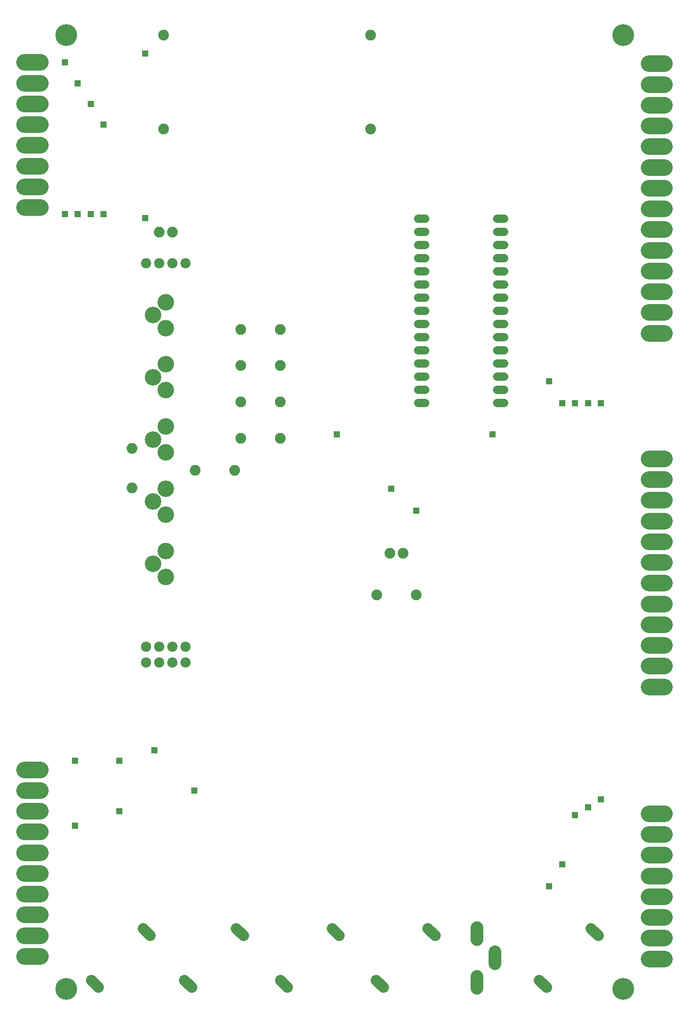
<source format=gbs>
G75*
%MOIN*%
%OFA0B0*%
%FSLAX25Y25*%
%IPPOS*%
%LPD*%
%AMOC8*
5,1,8,0,0,1.08239X$1,22.5*
%
%ADD10C,0.16548*%
%ADD11C,0.07800*%
%ADD12C,0.08200*%
%ADD13C,0.06350*%
%ADD14C,0.08477*%
%ADD15C,0.09658*%
%ADD16C,0.12611*%
%ADD17C,0.12611*%
%ADD18R,0.05162X0.05162*%
D10*
X0052981Y0027391D03*
X0476209Y0027391D03*
X0476209Y0751800D03*
X0052981Y0751800D03*
D11*
X0113808Y0578572D03*
X0123808Y0578572D03*
X0133808Y0578572D03*
X0143808Y0578572D03*
X0143729Y0287233D03*
X0143729Y0275422D03*
X0133729Y0275422D03*
X0133729Y0287233D03*
X0123729Y0287233D03*
X0123729Y0275422D03*
X0113729Y0275422D03*
X0113729Y0287233D03*
D12*
X0103178Y0408060D03*
X0103178Y0438060D03*
X0151170Y0421091D03*
X0181170Y0421091D03*
X0185619Y0445698D03*
X0185619Y0473257D03*
X0185619Y0500816D03*
X0185619Y0528375D03*
X0215619Y0528375D03*
X0215619Y0500816D03*
X0215619Y0473257D03*
X0215619Y0445698D03*
X0298965Y0358099D03*
X0308965Y0358099D03*
X0318965Y0326603D03*
X0288965Y0326603D03*
X0133650Y0602194D03*
X0123650Y0602194D03*
X0126997Y0680540D03*
X0126997Y0751800D03*
X0284280Y0751800D03*
X0284280Y0680540D03*
D13*
X0320246Y0612706D02*
X0325795Y0612706D01*
X0325795Y0602706D02*
X0320246Y0602706D01*
X0320246Y0592706D02*
X0325795Y0592706D01*
X0325795Y0582706D02*
X0320246Y0582706D01*
X0320246Y0572706D02*
X0325795Y0572706D01*
X0325795Y0562706D02*
X0320246Y0562706D01*
X0320246Y0552706D02*
X0325795Y0552706D01*
X0325795Y0542706D02*
X0320246Y0542706D01*
X0320246Y0532706D02*
X0325795Y0532706D01*
X0325795Y0522706D02*
X0320246Y0522706D01*
X0320246Y0512706D02*
X0325795Y0512706D01*
X0325795Y0502706D02*
X0320246Y0502706D01*
X0320246Y0492706D02*
X0325795Y0492706D01*
X0325795Y0482706D02*
X0320246Y0482706D01*
X0320246Y0472706D02*
X0325795Y0472706D01*
X0380246Y0472706D02*
X0385795Y0472706D01*
X0385795Y0482706D02*
X0380246Y0482706D01*
X0380246Y0492706D02*
X0385795Y0492706D01*
X0385795Y0502706D02*
X0380246Y0502706D01*
X0380246Y0512706D02*
X0385795Y0512706D01*
X0385795Y0522706D02*
X0380246Y0522706D01*
X0380246Y0532706D02*
X0385795Y0532706D01*
X0385795Y0542706D02*
X0380246Y0542706D01*
X0380246Y0552706D02*
X0385795Y0552706D01*
X0385795Y0562706D02*
X0380246Y0562706D01*
X0380246Y0572706D02*
X0385795Y0572706D01*
X0385795Y0582706D02*
X0380246Y0582706D01*
X0380246Y0592706D02*
X0385795Y0592706D01*
X0385795Y0602706D02*
X0380246Y0602706D01*
X0380246Y0612706D02*
X0385795Y0612706D01*
D14*
X0327826Y0073412D02*
X0333254Y0067983D01*
X0293884Y0028613D02*
X0288456Y0034042D01*
X0260420Y0067983D02*
X0254991Y0073412D01*
X0215621Y0034042D02*
X0221050Y0028613D01*
X0187585Y0067983D02*
X0182157Y0073412D01*
X0142787Y0034042D02*
X0148215Y0028613D01*
X0116719Y0067983D02*
X0111290Y0073412D01*
X0071920Y0034042D02*
X0077349Y0028613D01*
X0412472Y0034042D02*
X0417900Y0028613D01*
X0457270Y0067983D02*
X0451842Y0073412D01*
D15*
X0378769Y0055442D02*
X0378769Y0046583D01*
X0364989Y0036938D02*
X0364989Y0028080D01*
X0364989Y0065087D02*
X0364989Y0073946D01*
D16*
X0128769Y0340383D03*
X0118926Y0350225D03*
X0128769Y0360068D03*
X0128769Y0387627D03*
X0118926Y0397469D03*
X0128769Y0407312D03*
X0128769Y0434871D03*
X0118926Y0444713D03*
X0128769Y0454556D03*
X0128769Y0482115D03*
X0118926Y0491957D03*
X0128769Y0501800D03*
X0128769Y0529359D03*
X0118926Y0539202D03*
X0128769Y0549044D03*
D17*
X0033296Y0051997D02*
X0021485Y0051997D01*
X0021485Y0067745D02*
X0033296Y0067745D01*
X0033296Y0083493D02*
X0021485Y0083493D01*
X0021485Y0099241D02*
X0033296Y0099241D01*
X0033296Y0114989D02*
X0021485Y0114989D01*
X0021485Y0130737D02*
X0033296Y0130737D01*
X0033296Y0146485D02*
X0021485Y0146485D01*
X0021485Y0162233D02*
X0033296Y0162233D01*
X0033296Y0177981D02*
X0021485Y0177981D01*
X0021485Y0193729D02*
X0033296Y0193729D01*
X0033296Y0620894D02*
X0021485Y0620894D01*
X0021485Y0636643D02*
X0033296Y0636643D01*
X0033296Y0652391D02*
X0021485Y0652391D01*
X0021485Y0668139D02*
X0033296Y0668139D01*
X0033296Y0683887D02*
X0021485Y0683887D01*
X0021485Y0699635D02*
X0033296Y0699635D01*
X0033296Y0715383D02*
X0021485Y0715383D01*
X0021485Y0731131D02*
X0033296Y0731131D01*
X0495894Y0730146D02*
X0507706Y0730146D01*
X0507706Y0714398D02*
X0495894Y0714398D01*
X0495894Y0698650D02*
X0507706Y0698650D01*
X0507706Y0682902D02*
X0495894Y0682902D01*
X0495894Y0667154D02*
X0507706Y0667154D01*
X0507706Y0651406D02*
X0495894Y0651406D01*
X0495894Y0635658D02*
X0507706Y0635658D01*
X0507706Y0619910D02*
X0495894Y0619910D01*
X0495894Y0604162D02*
X0507706Y0604162D01*
X0507706Y0588414D02*
X0495894Y0588414D01*
X0495894Y0572666D02*
X0507706Y0572666D01*
X0507706Y0556918D02*
X0495894Y0556918D01*
X0495894Y0541170D02*
X0507706Y0541170D01*
X0507706Y0525422D02*
X0495894Y0525422D01*
X0495894Y0429950D02*
X0507706Y0429950D01*
X0507706Y0414202D02*
X0495894Y0414202D01*
X0495894Y0398454D02*
X0507706Y0398454D01*
X0507706Y0382706D02*
X0495894Y0382706D01*
X0495894Y0366957D02*
X0507706Y0366957D01*
X0507706Y0351209D02*
X0495894Y0351209D01*
X0495894Y0335461D02*
X0507706Y0335461D01*
X0507706Y0319713D02*
X0495894Y0319713D01*
X0495894Y0303965D02*
X0507706Y0303965D01*
X0507706Y0288217D02*
X0495894Y0288217D01*
X0495894Y0272469D02*
X0507706Y0272469D01*
X0507706Y0256721D02*
X0495894Y0256721D01*
X0495894Y0160265D02*
X0507706Y0160265D01*
X0507706Y0144517D02*
X0495894Y0144517D01*
X0495894Y0128769D02*
X0507706Y0128769D01*
X0507706Y0113020D02*
X0495894Y0113020D01*
X0495894Y0097272D02*
X0507706Y0097272D01*
X0507706Y0081524D02*
X0495894Y0081524D01*
X0495894Y0065776D02*
X0507706Y0065776D01*
X0507706Y0050028D02*
X0495894Y0050028D01*
D18*
X0429950Y0121879D03*
X0420107Y0105146D03*
X0439792Y0159280D03*
X0449635Y0165186D03*
X0459477Y0171091D03*
X0318965Y0390540D03*
X0300028Y0407312D03*
X0258690Y0448650D03*
X0377076Y0448650D03*
X0420107Y0489005D03*
X0429950Y0472272D03*
X0439792Y0472272D03*
X0449635Y0472272D03*
X0459477Y0472272D03*
X0150422Y0177981D03*
X0119910Y0208493D03*
X0093335Y0200619D03*
X0093335Y0162233D03*
X0059871Y0151406D03*
X0059871Y0200619D03*
X0113020Y0612824D03*
X0081524Y0615973D03*
X0071682Y0615973D03*
X0061839Y0615973D03*
X0051997Y0615973D03*
X0081524Y0683887D03*
X0071682Y0699635D03*
X0061839Y0715383D03*
X0051997Y0731131D03*
X0113020Y0738020D03*
M02*

</source>
